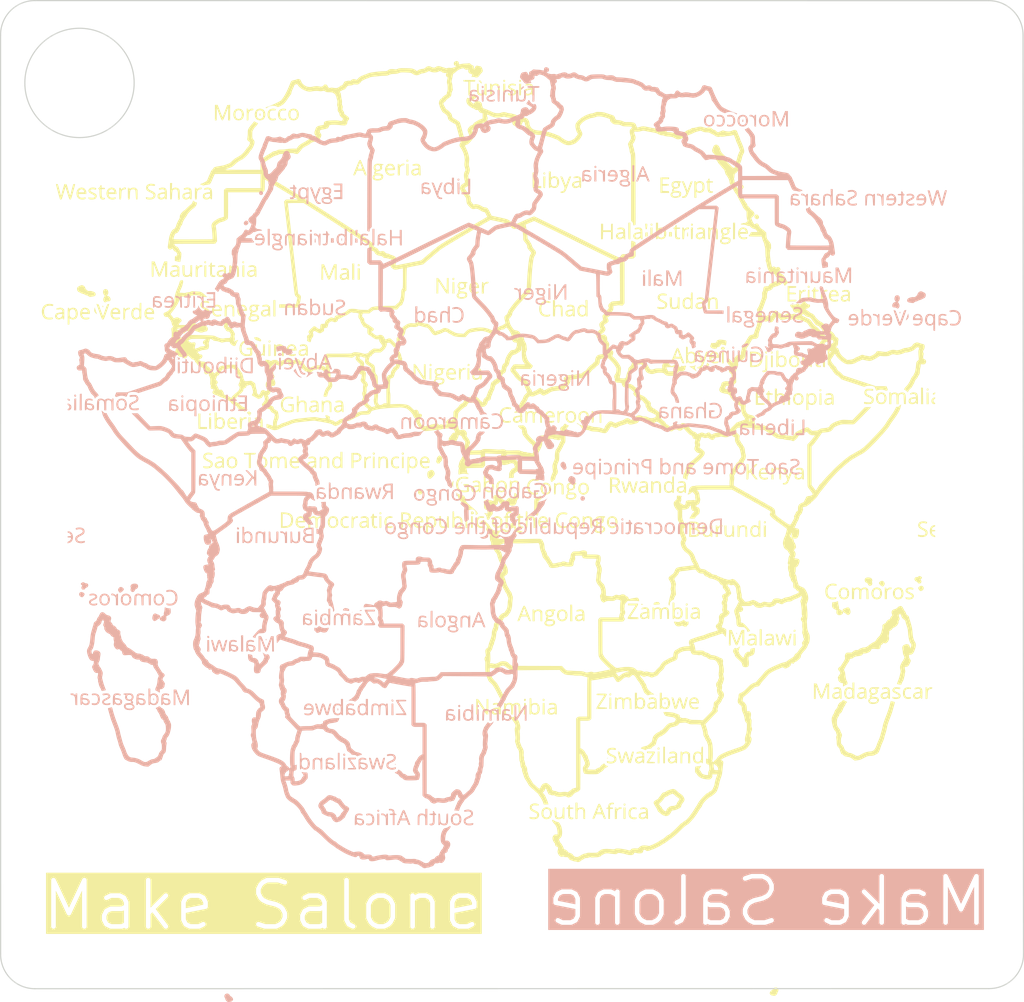
<source format=kicad_pcb>
(kicad_pcb (version 20221018) (generator pcbnew)
  (layers (0 "F.Cu" signal) (31 "B.Cu" signal) (34 "B.Paste" user) (35 "F.Paste" user) (36 "B.SilkS" user "B.Silkscreen") (37 "F.SilkS" user "F.Silkscreen") (38 "B.Mask" user) (39 "F.Mask" user) (44 "Edge.Cuts" user))
  (net 0 "")
  (footprint "LOGO" (layer "F.Cu") (at 105.125 103.525)
    (fp_text reference "G***" hide)
    (fp_text value "LOGO" hide)
  )
  (footprint "LOGO" (layer "B.Cu") (at 115.379197 104.589206 180)
    (fp_text reference "G***" hide)
    (fp_text value "LOGO" hide)
  )
  (gr_circle (center 37.3 28.375) (end 45.225 33.525) (stroke (width 0.2)) (fill none) (layer "Edge.Cuts"))
  (gr_line (start 29.634216 14.137395) (end 194.525 14.15) (stroke (width 0.2)) (layer "Edge.Cuts"))
  (gr_arc (start 23.653537 20.062605) (mid 25.408632 15.853192) (end 29.634216 14.137395) (stroke (width 0.2)) (layer "Edge.Cuts"))
  (gr_arc (start 194.525 14.15) (mid 198.734413 15.905095) (end 200.45021 20.130679) (stroke (width 0.2)) (layer "Edge.Cuts"))
  (gr_line (start 23.662395 179.015784) (end 23.653537 20.062605) (stroke (width 0.2)) (layer "Edge.Cuts"))
  (gr_line (start 194.54979 184.975) (end 29.587605 184.996463) (stroke (width 0.2)) (layer "Edge.Cuts"))
  (gr_arc (start 29.587605 184.996463) (mid 25.378192 183.241368) (end 23.662395 179.015784) (stroke (width 0.2)) (layer "Edge.Cuts"))
  (gr_arc (start 200.530469 179.04979) (mid 198.775374 183.259203) (end 194.54979 184.975) (stroke (width 0.2)) (layer "Edge.Cuts"))
  (gr_line (start 200.45021 20.130679) (end 200.530469 179.04979) (stroke (width 0.2)) (layer "Edge.Cuts"))
  (gr_text "Make Salone" (at 194.825 174.575) (layer "B.SilkS" knockout) (effects (font (size 8 8) (thickness 0.8)) (justify left bottom mirror)))
  (gr_text "Make Salone" (at 30.375 175.25) (layer "F.SilkS" knockout) (effects (font (size 8 8) (thickness 0.8)) (justify left bottom)))
)
</source>
